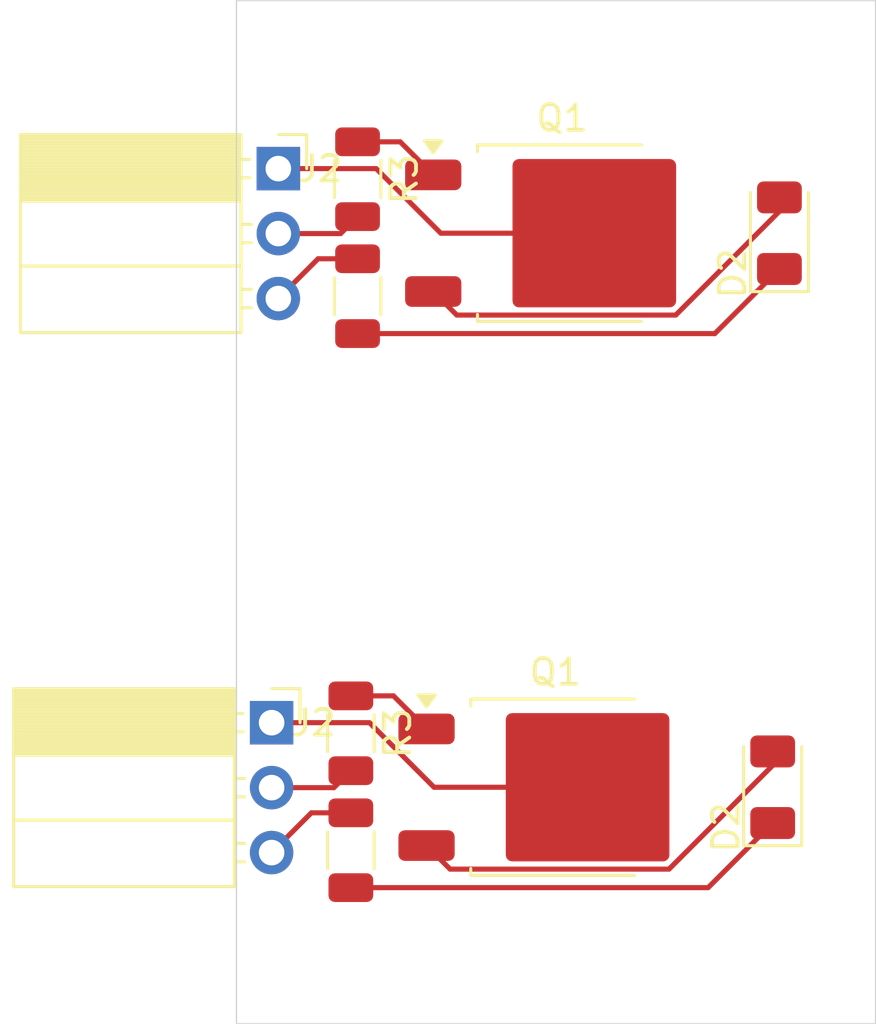
<source format=kicad_pcb>
(kicad_pcb (version 20241229) (generator "pcbnew") (generator_version "9.0")
  (layers (0 "F.Cu" signal) (2 "B.Cu" signal) (13 "F.Paste" user) (15 "B.Paste" user) (5 "F.SilkS" user "F.Silkscreen") (7 "B.SilkS" user "B.Silkscreen") (1 "F.Mask" user) (3 "B.Mask" user) (25 "Edge.Cuts" user))
  (net 0 "")
  (net 1 "Net-(D2-K)")
  (net 2 "Net-(D2-A)")
  (net 3 "Net-(J2-Pin_3)")
  (net 4 "Net-(J2-Pin_2)")
  (net 5 "Net-(J2-Pin_1)")
  (net 6 "Net-(Q1-G)")
  (footprint "Connector_PinSocket_2.54mm:PinSocket_1x03_P2.54mm_Horizontal" (layer "F.Cu") (at 156.6625 96.8125)
    (property "Reference" "J2" (at 1.645 0.01 0) (layer "F.SilkS"))
    (property "Value" "Conn_01x03_Pin")
    (fp_line (start -10.09 -1.33) (end -10.09 6.41) (stroke (width 0.12)) (layer "F.SilkS") (net 770))
    (fp_line (start -10.09 -1.33) (end -1.46 -1.33) (stroke (width 0.12)) (layer "F.SilkS") (net 770))
    (fp_line (start -10.09 -1.21) (end -1.46 -1.21) (stroke (width 0.12)) (layer "F.SilkS") (net 770))
    (fp_line (start -10.09 -1.091905) (end -1.46 -1.091905) (stroke (width 0.12)) (layer "F.SilkS") (net 770))
    (fp_line (start -10.09 -0.97381) (end -1.46 -0.97381) (stroke (width 0.12)) (layer "F.SilkS") (net 770))
    (fp_line (start -10.09 -0.855715) (end -1.46 -0.855715) (stroke (width 0.12)) (layer "F.SilkS") (net 770))
    (fp_line (start -10.09 -0.73762) (end -1.46 -0.73762) (stroke (width 0.12)) (layer "F.SilkS") (net 770))
    (fp_line (start -10.09 -0.619525) (end -1.46 -0.619525) (stroke (width 0.12)) (layer "F.SilkS") (net 770))
    (fp_line (start -10.09 -0.50143) (end -1.46 -0.50143) (stroke (width 0.12)) (layer "F.SilkS") (net 770))
    (fp_line (start -10.09 -0.383335) (end -1.46 -0.383335) (stroke (width 0.12)) (layer "F.SilkS") (net 770))
    (fp_line (start -10.09 -0.26524) (end -1.46 -0.26524) (stroke (width 0.12)) (layer "F.SilkS") (net 770))
    (fp_line (start -10.09 -0.147145) (end -1.46 -0.147145) (stroke (width 0.12)) (layer "F.SilkS") (net 770))
    (fp_line (start -10.09 -0.02905) (end -1.46 -0.02905) (stroke (width 0.12)) (layer "F.SilkS") (net 770))
    (fp_line (start -10.09 0.089045) (end -1.46 0.089045) (stroke (width 0.12)) (layer "F.SilkS") (net 770))
    (fp_line (start -10.09 0.20714) (end -1.46 0.20714) (stroke (width 0.12)) (layer "F.SilkS") (net 770))
    (fp_line (start -10.09 0.325235) (end -1.46 0.325235) (stroke (width 0.12)) (layer "F.SilkS") (net 770))
    (fp_line (start -10.09 0.44333) (end -1.46 0.44333) (stroke (width 0.12)) (layer "F.SilkS") (net 770))
    (fp_line (start -10.09 0.561425) (end -1.46 0.561425) (stroke (width 0.12)) (layer "F.SilkS") (net 770))
    (fp_line (start -10.09 0.67952) (end -1.46 0.67952) (stroke (width 0.12)) (layer "F.SilkS") (net 770))
    (fp_line (start -10.09 0.797615) (end -1.46 0.797615) (stroke (width 0.12)) (layer "F.SilkS") (net 770))
    (fp_line (start -10.09 0.91571) (end -1.46 0.91571) (stroke (width 0.12)) (layer "F.SilkS") (net 770))
    (fp_line (start -10.09 1.033805) (end -1.46 1.033805) (stroke (width 0.12)) (layer "F.SilkS") (net 770))
    (fp_line (start -10.09 1.1519) (end -1.46 1.1519) (stroke (width 0.12)) (layer "F.SilkS") (net 770))
    (fp_line (start -10.09 1.27) (end -1.46 1.27) (stroke (width 0.12)) (layer "F.SilkS") (net 770))
    (fp_line (start -10.09 3.81) (end -1.46 3.81) (stroke (width 0.12)) (layer "F.SilkS") (net 770))
    (fp_line (start -10.09 6.41) (end -1.46 6.41) (stroke (width 0.12)) (layer "F.SilkS") (net 770))
    (fp_line (start -1.46 -1.33) (end -1.46 6.41) (stroke (width 0.12)) (layer "F.SilkS") (net 770))
    (fp_line (start -1.46 -0.36) (end -1.11 -0.36) (stroke (width 0.12)) (layer "F.SilkS") (net 770))
    (fp_line (start -1.46 0.36) (end -1.11 0.36) (stroke (width 0.12)) (layer "F.SilkS") (net 770))
    (fp_line (start -1.46 2.18) (end -1.05 2.18) (stroke (width 0.12)) (layer "F.SilkS") (net 770))
    (fp_line (start -1.46 2.9) (end -1.05 2.9) (stroke (width 0.12)) (layer "F.SilkS") (net 770))
    (fp_line (start -1.46 4.72) (end -1.05 4.72) (stroke (width 0.12)) (layer "F.SilkS") (net 770))
    (fp_line (start -1.46 5.44) (end -1.05 5.44) (stroke (width 0.12)) (layer "F.SilkS") (net 770))
    (fp_line (start 0 -1.33) (end 1.11 -1.33) (stroke (width 0.12)) (layer "F.SilkS") (net 770))
    (fp_line (start 1.11 -1.33) (end 1.11 0) (stroke (width 0.12)) (layer "F.SilkS") (net 770))
    (pad "1" thru_hole rect (at 0 0) (size 1.7 1.7) (drill 1) (layers "*.Cu" "*.Mask") (net 5 "Net-(J2-Pin_1)"))
    (pad "2" thru_hole circle (at 0 2.54) (size 1.7 1.7) (drill 1) (layers "*.Cu" "*.Mask") (net 4 "Net-(J2-Pin_2)"))
    (pad "3" thru_hole circle (at 0 5.08) (size 1.7 1.7) (drill 1) (layers "*.Cu" "*.Mask") (net 3 "Net-(J2-Pin_3)"))
  )
  (footprint "LED_SMD:LED_1206_3216Metric" (layer "F.Cu") (at 176 121 90)
    (property "Reference" "D2" (at -1.5725 -1.83 90) (layer "F.SilkS"))
    (property "Value" "LED" (hide yes))
    (fp_line (start 1.6 -1.135) (end -2.285 -1.135) (stroke (width 0.12)) (layer "F.SilkS"))
    (fp_line (start -2.285 -1.135) (end -2.285 1.135) (stroke (width 0.12)) (layer "F.SilkS"))
    (fp_line (start -2.285 1.135) (end 1.6 1.135) (stroke (width 0.12)) (layer "F.SilkS"))
    (pad "1" smd roundrect (at -1.4 0 90) (size 1.25 1.75) (layers "F.Cu" "F.Mask" "F.Paste") (roundrect_rratio 0.2) (net 1 "Net-(D2-K)"))
    (pad "2" smd roundrect (at 1.4 0 90) (size 1.25 1.75) (layers "F.Cu" "F.Mask" "F.Paste") (roundrect_rratio 0.2) (net 2 "Net-(D2-A)"))
  )
  (footprint "Resistor_SMD:R_1206_3216Metric" (layer "F.Cu") (at 159.5 118.89 -90)
    (property "Reference" "R3" (at 0 -1.83 90) (layer "F.SilkS"))
    (property "Value" "1k")
    (fp_line (start -0.727064 0.91) (end 0.727064 0.91) (stroke (width 0.12)) (layer "F.SilkS"))
    (fp_line (start -0.727064 -0.91) (end 0.727064 -0.91) (stroke (width 0.12)) (layer "F.SilkS"))
    (pad "1" smd roundrect (at -1.4625 0 270) (size 1.125 1.75) (layers "F.Cu" "F.Mask" "F.Paste") (roundrect_rratio 0.222222) (net 6 "Net-(Q1-G)"))
    (pad "2" smd roundrect (at 1.4625 0 270) (size 1.125 1.75) (layers "F.Cu" "F.Mask" "F.Paste") (roundrect_rratio 0.222222) (net 4 "Net-(J2-Pin_2)"))
  )
  (footprint "Connector_PinSocket_2.54mm:PinSocket_1x03_P2.54mm_Horizontal" (layer "F.Cu") (at 156.4 118.475)
    (property "Reference" "J2" (at 1.645 0.01 0) (layer "F.SilkS"))
    (property "Value" "Conn_01x03_Pin")
    (fp_line (start -10.09 -1.33) (end -10.09 6.41) (stroke (width 0.12)) (layer "F.SilkS"))
    (fp_line (start -10.09 -1.33) (end -1.46 -1.33) (stroke (width 0.12)) (layer "F.SilkS"))
    (fp_line (start -10.09 -1.21) (end -1.46 -1.21) (stroke (width 0.12)) (layer "F.SilkS"))
    (fp_line (start -10.09 -1.091905) (end -1.46 -1.091905) (stroke (width 0.12)) (layer "F.SilkS"))
    (fp_line (start -10.09 -0.97381) (end -1.46 -0.97381) (stroke (width 0.12)) (layer "F.SilkS"))
    (fp_line (start -10.09 -0.855715) (end -1.46 -0.855715) (stroke (width 0.12)) (layer "F.SilkS"))
    (fp_line (start -10.09 -0.73762) (end -1.46 -0.73762) (stroke (width 0.12)) (layer "F.SilkS"))
    (fp_line (start -10.09 -0.619525) (end -1.46 -0.619525) (stroke (width 0.12)) (layer "F.SilkS"))
    (fp_line (start -10.09 -0.50143) (end -1.46 -0.50143) (stroke (width 0.12)) (layer "F.SilkS"))
    (fp_line (start -10.09 -0.383335) (end -1.46 -0.383335) (stroke (width 0.12)) (layer "F.SilkS"))
    (fp_line (start -10.09 -0.26524) (end -1.46 -0.26524) (stroke (width 0.12)) (layer "F.SilkS"))
    (fp_line (start -10.09 -0.147145) (end -1.46 -0.147145) (stroke (width 0.12)) (layer "F.SilkS"))
    (fp_line (start -10.09 -0.02905) (end -1.46 -0.02905) (stroke (width 0.12)) (layer "F.SilkS"))
    (fp_line (start -10.09 0.089045) (end -1.46 0.089045) (stroke (width 0.12)) (layer "F.SilkS"))
    (fp_line (start -10.09 0.20714) (end -1.46 0.20714) (stroke (width 0.12)) (layer "F.SilkS"))
    (fp_line (start -10.09 0.325235) (end -1.46 0.325235) (stroke (width 0.12)) (layer "F.SilkS"))
    (fp_line (start -10.09 0.44333) (end -1.46 0.44333) (stroke (width 0.12)) (layer "F.SilkS"))
    (fp_line (start -10.09 0.561425) (end -1.46 0.561425) (stroke (width 0.12)) (layer "F.SilkS"))
    (fp_line (start -10.09 0.67952) (end -1.46 0.67952) (stroke (width 0.12)) (layer "F.SilkS"))
    (fp_line (start -10.09 0.797615) (end -1.46 0.797615) (stroke (width 0.12)) (layer "F.SilkS"))
    (fp_line (start -10.09 0.91571) (end -1.46 0.91571) (stroke (width 0.12)) (layer "F.SilkS"))
    (fp_line (start -10.09 1.033805) (end -1.46 1.033805) (stroke (width 0.12)) (layer "F.SilkS"))
    (fp_line (start -10.09 1.1519) (end -1.46 1.1519) (stroke (width 0.12)) (layer "F.SilkS"))
    (fp_line (start -10.09 1.27) (end -1.46 1.27) (stroke (width 0.12)) (layer "F.SilkS"))
    (fp_line (start -10.09 3.81) (end -1.46 3.81) (stroke (width 0.12)) (layer "F.SilkS"))
    (fp_line (start -10.09 6.41) (end -1.46 6.41) (stroke (width 0.12)) (layer "F.SilkS"))
    (fp_line (start -1.46 -1.33) (end -1.46 6.41) (stroke (width 0.12)) (layer "F.SilkS"))
    (fp_line (start -1.46 -0.36) (end -1.11 -0.36) (stroke (width 0.12)) (layer "F.SilkS"))
    (fp_line (start -1.46 0.36) (end -1.11 0.36) (stroke (width 0.12)) (layer "F.SilkS"))
    (fp_line (start -1.46 2.18) (end -1.05 2.18) (stroke (width 0.12)) (layer "F.SilkS"))
    (fp_line (start -1.46 2.9) (end -1.05 2.9) (stroke (width 0.12)) (layer "F.SilkS"))
    (fp_line (start -1.46 4.72) (end -1.05 4.72) (stroke (width 0.12)) (layer "F.SilkS"))
    (fp_line (start -1.46 5.44) (end -1.05 5.44) (stroke (width 0.12)) (layer "F.SilkS"))
    (fp_line (start 0 -1.33) (end 1.11 -1.33) (stroke (width 0.12)) (layer "F.SilkS"))
    (fp_line (start 1.11 -1.33) (end 1.11 0) (stroke (width 0.12)) (layer "F.SilkS"))
    (pad "1" thru_hole rect (at 0 0) (size 1.7 1.7) (drill 1) (layers "*.Cu" "*.Mask") (net 5 "Net-(J2-Pin_1)"))
    (pad "2" thru_hole circle (at 0 2.54) (size 1.7 1.7) (drill 1) (layers "*.Cu" "*.Mask") (net 4 "Net-(J2-Pin_2)"))
    (pad "3" thru_hole circle (at 0 5.08) (size 1.7 1.7) (drill 1) (layers "*.Cu" "*.Mask") (net 3 "Net-(J2-Pin_3)"))
  )
  (footprint "Resistor_SMD:R_1206_3216Metric" (layer "F.Cu") (at 159.7625 97.2275 -90)
    (property "Reference" "R3" (at 0 -1.83 90) (layer "F.SilkS"))
    (property "Value" "1k")
    (fp_line (start -0.727064 0.91) (end 0.727064 0.91) (stroke (width 0.12)) (layer "F.SilkS") (net 770))
    (fp_line (start -0.727064 -0.91) (end 0.727064 -0.91) (stroke (width 0.12)) (layer "F.SilkS") (net 770))
    (pad "1" smd roundrect (at -1.4625 0 270) (size 1.125 1.75) (layers "F.Cu" "F.Mask" "F.Paste") (roundrect_rratio 0.222222) (net 6 "Net-(Q1-G)"))
    (pad "2" smd roundrect (at 1.4625 0 270) (size 1.125 1.75) (layers "F.Cu" "F.Mask" "F.Paste") (roundrect_rratio 0.222222) (net 4 "Net-(J2-Pin_2)"))
  )
  (footprint "LED_SMD:LED_1206_3216Metric" (layer "F.Cu") (at 176.2625 99.3375 90)
    (property "Reference" "D2" (at -1.5725 -1.83 90) (layer "F.SilkS"))
    (property "Value" "LED" (hide yes))
    (fp_line (start 1.6 -1.135) (end -2.285 -1.135) (stroke (width 0.12)) (layer "F.SilkS") (net 770))
    (fp_line (start -2.285 -1.135) (end -2.285 1.135) (stroke (width 0.12)) (layer "F.SilkS") (net 770))
    (fp_line (start -2.285 1.135) (end 1.6 1.135) (stroke (width 0.12)) (layer "F.SilkS") (net 770))
    (pad "1" smd roundrect (at -1.4 0 90) (size 1.25 1.75) (layers "F.Cu" "F.Mask" "F.Paste") (roundrect_rratio 0.2) (net 1 "Net-(D2-K)"))
    (pad "2" smd roundrect (at 1.4 0 90) (size 1.25 1.75) (layers "F.Cu" "F.Mask" "F.Paste") (roundrect_rratio 0.2) (net 2 "Net-(D2-A)"))
  )
  (footprint "Resistor_SMD:R_1206_3216Metric" (layer "F.Cu") (at 159.7625 101.8 90)
    (property "Reference" "R4" (hide yes))
    (property "Value" "R" (hide yes))
    (fp_line (start -0.727064 -0.91) (end 0.727064 -0.91) (stroke (width 0.12)) (layer "F.SilkS") (net 770))
    (fp_line (start -0.727064 0.91) (end 0.727064 0.91) (stroke (width 0.12)) (layer "F.SilkS") (net 770))
    (pad "1" smd roundrect (at -1.4625 0 90) (size 1.125 1.75) (layers "F.Cu" "F.Mask" "F.Paste") (roundrect_rratio 0.222222) (net 1 "Net-(D2-K)"))
    (pad "2" smd roundrect (at 1.4625 0 90) (size 1.125 1.75) (layers "F.Cu" "F.Mask" "F.Paste") (roundrect_rratio 0.222222) (net 3 "Net-(J2-Pin_3)"))
  )
  (footprint "Resistor_SMD:R_1206_3216Metric" (layer "F.Cu") (at 159.5 123.4625 90)
    (property "Reference" "R4" (hide yes))
    (property "Value" "R" (hide yes))
    (fp_line (start -0.727064 -0.91) (end 0.727064 -0.91) (stroke (width 0.12)) (layer "F.SilkS"))
    (fp_line (start -0.727064 0.91) (end 0.727064 0.91) (stroke (width 0.12)) (layer "F.SilkS"))
    (pad "1" smd roundrect (at -1.4625 0 90) (size 1.125 1.75) (layers "F.Cu" "F.Mask" "F.Paste") (roundrect_rratio 0.222222) (net 1 "Net-(D2-K)"))
    (pad "2" smd roundrect (at 1.4625 0 90) (size 1.125 1.75) (layers "F.Cu" "F.Mask" "F.Paste") (roundrect_rratio 0.222222) (net 3 "Net-(J2-Pin_3)"))
  )
  (footprint "Package_TO_SOT_SMD:TO-252-2" (layer "F.Cu") (at 167.7625 99.3375)
    (property "Reference" "Q1" (at 0 -4.5 0) (layer "F.SilkS"))
    (property "Value" "QM6006D" (hide yes))
    (fp_line (start -3.31 -3.45) (end -3.31 -3.18) (stroke (width 0.12)) (layer "F.SilkS") (net 770))
    (fp_line (start -3.31 3.45) (end -3.31 3.18) (stroke (width 0.12)) (layer "F.SilkS") (net 770))
    (fp_line (start 3.11 -3.45) (end -3.31 -3.45) (stroke (width 0.12)) (layer "F.SilkS") (net 770))
    (fp_line (start 3.11 3.45) (end -3.31 3.45) (stroke (width 0.12)) (layer "F.SilkS") (net 770))
    (fp_poly (pts (xy -5.04 -3.14) (xy -5.38 -3.61) (xy -4.7 -3.61)) (stroke (width 0.12)) (fill yes) (layer "F.SilkS") (net 770))
    (pad "1" smd roundrect (at -5.04 -2.28) (size 2.2 1.2) (layers "F.Cu" "F.Mask" "F.Paste") (roundrect_rratio 0.208333) (net 6 "Net-(Q1-G)"))
    (pad "2" smd roundrect (at 1.26 0) (size 6.4 5.8) (layers "F.Cu" "F.Mask") (roundrect_rratio 0.043103) (net 5 "Net-(J2-Pin_1)"))
    (pad "3" smd roundrect (at -5.04 2.28) (size 2.2 1.2) (layers "F.Cu" "F.Mask" "F.Paste") (roundrect_rratio 0.208333) (net 2 "Net-(D2-A)"))
  )
  (footprint "Package_TO_SOT_SMD:TO-252-2" (layer "F.Cu") (at 167.5 121)
    (property "Reference" "Q1" (at 0 -4.5 0) (layer "F.SilkS"))
    (property "Value" "QM6006D" (hide yes))
    (fp_line (start -3.31 -3.45) (end -3.31 -3.18) (stroke (width 0.12)) (layer "F.SilkS"))
    (fp_line (start -3.31 3.45) (end -3.31 3.18) (stroke (width 0.12)) (layer "F.SilkS"))
    (fp_line (start 3.11 -3.45) (end -3.31 -3.45) (stroke (width 0.12)) (layer "F.SilkS"))
    (fp_line (start 3.11 3.45) (end -3.31 3.45) (stroke (width 0.12)) (layer "F.SilkS"))
    (fp_poly (pts (xy -5.04 -3.14) (xy -5.38 -3.61) (xy -4.7 -3.61)) (stroke (width 0.12)) (fill yes) (layer "F.SilkS"))
    (pad "1" smd roundrect (at -5.04 -2.28) (size 2.2 1.2) (layers "F.Cu" "F.Mask" "F.Paste") (roundrect_rratio 0.208333) (net 6 "Net-(Q1-G)"))
    (pad "2" smd roundrect (at 1.26 0) (size 6.4 5.8) (layers "F.Cu" "F.Mask") (roundrect_rratio 0.043103) (net 5 "Net-(J2-Pin_1)"))
    (pad "3" smd roundrect (at -5.04 2.28) (size 2.2 1.2) (layers "F.Cu" "F.Mask" "F.Paste") (roundrect_rratio 0.208333) (net 2 "Net-(D2-A)"))
  )
  (gr_rect (start 155.025 90.245) (end 180.025 130.245) (stroke (width 0.05)) (fill no) (layer "Edge.Cuts"))
  (segment (start 159.5 124.925) (end 173.475 124.925) (width 0.2) (layer "F.Cu") (net 1))
  (segment (start 173.475 124.925) (end 176 122.4) (width 0.2) (layer "F.Cu") (net 1))
  (segment (start 159.7625 103.2625) (end 173.7375 103.2625) (width 0.2) (layer "F.Cu") (net 1))
  (segment (start 173.7375 103.2625) (end 176.2625 100.7375) (width 0.2) (layer "F.Cu") (net 1))
  (segment (start 162.46 123.28) (end 163.381 124.201) (width 0.2) (layer "F.Cu") (net 2))
  (segment (start 176 120.14616) (end 176 119.6) (width 0.2) (layer "F.Cu") (net 2))
  (segment (start 176.2625 98.48366) (end 176.2625 97.9375) (width 0.2) (layer "F.Cu") (net 2))
  (segment (start 163.6435 102.5385) (end 172.20766 102.5385) (width 0.2) (layer "F.Cu") (net 2))
  (segment (start 162.7225 101.6175) (end 163.6435 102.5385) (width 0.2) (layer "F.Cu") (net 2))
  (segment (start 163.381 124.201) (end 171.94516 124.201) (width 0.2) (layer "F.Cu") (net 2))
  (segment (start 171.94516 124.201) (end 176 120.14616) (width 0.2) (layer "F.Cu") (net 2))
  (segment (start 172.20766 102.5385) (end 176.2625 98.48366) (width 0.2) (layer "F.Cu") (net 2))
  (segment (start 156.6625 101.8925) (end 158.2175 100.3375) (width 0.2) (layer "F.Cu") (net 3))
  (segment (start 157.955 122) (end 159.5 122) (width 0.2) (layer "F.Cu") (net 3))
  (segment (start 156.4 123.555) (end 157.955 122) (width 0.2) (layer "F.Cu") (net 3))
  (segment (start 158.2175 100.3375) (end 159.7625 100.3375) (width 0.2) (layer "F.Cu") (net 3))
  (segment (start 159.1 99.3525) (end 159.7625 98.69) (width 0.2) (layer "F.Cu") (net 4))
  (segment (start 156.6625 99.3525) (end 159.1 99.3525) (width 0.2) (layer "F.Cu") (net 4))
  (segment (start 158.8375 121.015) (end 159.5 120.3525) (width 0.2) (layer "F.Cu") (net 4))
  (segment (start 156.4 121.015) (end 158.8375 121.015) (width 0.2) (layer "F.Cu") (net 4))
  (segment (start 163.01634 99.3375) (end 169.0225 99.3375) (width 0.2) (layer "F.Cu") (net 5))
  (segment (start 156.4 118.475) (end 160.22884 118.475) (width 0.2) (layer "F.Cu") (net 5))
  (segment (start 160.22884 118.475) (end 162.75384 121) (width 0.2) (layer "F.Cu") (net 5))
  (segment (start 160.49134 96.8125) (end 163.01634 99.3375) (width 0.2) (layer "F.Cu") (net 5))
  (segment (start 162.75384 121) (end 168.76 121) (width 0.2) (layer "F.Cu") (net 5))
  (segment (start 156.6625 96.8125) (end 160.49134 96.8125) (width 0.2) (layer "F.Cu") (net 5))
  (segment (start 159.7625 95.765) (end 161.43 95.765) (width 0.2) (layer "F.Cu") (net 6))
  (segment (start 159.5 117.4275) (end 161.1675 117.4275) (width 0.2) (layer "F.Cu") (net 6))
  (segment (start 161.1675 117.4275) (end 162.46 118.72) (width 0.2) (layer "F.Cu") (net 6))
  (segment (start 161.43 95.765) (end 162.7225 97.0575) (width 0.2) (layer "F.Cu") (net 6))
)
</source>
